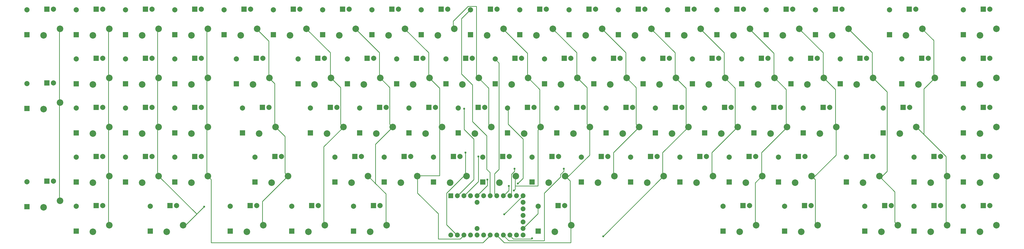
<source format=gbr>
G04 EAGLE Gerber RS-274X export*
G04 #@! %TF.Part,Single*
G04 #@! %TF.FileFunction,Copper,L2,Bot,Mixed*
G04 #@! %TF.FilePolarity,Positive*
G04 #@! %TF.GenerationSoftware,Autodesk,EAGLE,9.5.1*
G04 #@! %TF.CreationDate,2019-11-07T18:59:26Z*
G75*
%MOMM*%
%FSLAX34Y34*%
%LPD*%
%INBottom Copper*%
%IPPOS*%
%AMOC8*
5,1,8,0,0,1.08239X$1,22.5*%
G01*
%ADD10C,2.540000*%
%ADD11C,2.000000*%
%ADD12R,2.000000X2.000000*%
%ADD13R,1.879600X1.879600*%
%ADD14C,1.879600*%
%ADD15C,0.254000*%
%ADD16C,0.787400*%


D10*
X2712300Y1007400D03*
X2648800Y982000D03*
D11*
X2686900Y1083600D03*
D12*
X2661500Y1083600D03*
D10*
X997800Y1007400D03*
X934300Y982000D03*
D11*
X972400Y1083600D03*
D12*
X947000Y1083600D03*
D10*
X1188300Y1007400D03*
X1124800Y982000D03*
D11*
X1162900Y1083600D03*
D12*
X1137500Y1083600D03*
D10*
X1378800Y1007400D03*
X1315300Y982000D03*
D11*
X1353400Y1083600D03*
D12*
X1328000Y1083600D03*
D10*
X1569300Y1007400D03*
X1505800Y982000D03*
D11*
X1543900Y1083600D03*
D12*
X1518500Y1083600D03*
D10*
X1759800Y1007400D03*
X1696300Y982000D03*
D11*
X1734400Y1083600D03*
D12*
X1709000Y1083600D03*
D10*
X1950300Y1007400D03*
X1886800Y982000D03*
D11*
X1924900Y1083600D03*
D12*
X1899500Y1083600D03*
D10*
X2140800Y1007400D03*
X2077300Y982000D03*
D11*
X2115400Y1083600D03*
D12*
X2090000Y1083600D03*
D10*
X2331300Y1007400D03*
X2267800Y982000D03*
D11*
X2305900Y1083600D03*
D12*
X2280500Y1083600D03*
D10*
X2521800Y1007400D03*
X2458300Y982000D03*
D11*
X2496400Y1083600D03*
D12*
X2471000Y1083600D03*
D10*
X1140700Y626400D03*
X1077200Y601000D03*
D11*
X1115300Y702600D03*
D12*
X1089900Y702600D03*
D10*
X1307400Y245400D03*
X1243900Y220000D03*
D11*
X1282000Y321600D03*
D12*
X1256600Y321600D03*
D10*
X1997900Y435900D03*
X1934400Y410500D03*
D11*
X1972500Y512100D03*
D12*
X1947100Y512100D03*
D10*
X3426700Y816900D03*
X3363200Y791500D03*
D11*
X3401300Y893100D03*
D12*
X3375900Y893100D03*
D10*
X3379100Y1007400D03*
X3315600Y982000D03*
D11*
X3353700Y1083600D03*
D12*
X3328300Y1083600D03*
D10*
X1616900Y435900D03*
X1553400Y410500D03*
D11*
X1591500Y512100D03*
D12*
X1566100Y512100D03*
D10*
X878700Y626400D03*
X815200Y601000D03*
D11*
X853300Y702600D03*
D12*
X827900Y702600D03*
D10*
X2569400Y435900D03*
X2505900Y410500D03*
D11*
X2544000Y512100D03*
D12*
X2518600Y512100D03*
D10*
X831100Y245400D03*
X767600Y220000D03*
D11*
X805700Y321600D03*
D12*
X780300Y321600D03*
D10*
X2974200Y245400D03*
X2910700Y220000D03*
D11*
X2948800Y321600D03*
D12*
X2923400Y321600D03*
D10*
X1521700Y626400D03*
X1458200Y601000D03*
D11*
X1496300Y702600D03*
D12*
X1470900Y702600D03*
X2584700Y984600D03*
D11*
X2584700Y1081000D03*
D12*
X870200Y984600D03*
D11*
X870200Y1081000D03*
D12*
X1060700Y984600D03*
D11*
X1060700Y1081000D03*
D12*
X1251200Y984600D03*
D11*
X1251200Y1081000D03*
D12*
X1441700Y984600D03*
D11*
X1441700Y1081000D03*
D12*
X1632200Y984600D03*
D11*
X1632200Y1081000D03*
D12*
X1822700Y984600D03*
D11*
X1822700Y1081000D03*
D12*
X2013200Y984600D03*
D11*
X2013200Y1081000D03*
D12*
X2203700Y984600D03*
D11*
X2203700Y1081000D03*
D12*
X2394200Y984600D03*
D11*
X2394200Y1081000D03*
D12*
X1013100Y603600D03*
D11*
X1013100Y700000D03*
D12*
X1179800Y222600D03*
D11*
X1179800Y319000D03*
D10*
X2902800Y1007400D03*
X2839300Y982000D03*
D11*
X2877400Y1083600D03*
D12*
X2852000Y1083600D03*
X1870300Y413100D03*
D11*
X1870300Y509500D03*
D12*
X3299100Y794100D03*
D11*
X3299100Y890500D03*
D12*
X3251500Y984600D03*
D11*
X3251500Y1081000D03*
D12*
X1489300Y413100D03*
D11*
X1489300Y509500D03*
D12*
X751100Y603600D03*
D11*
X751100Y700000D03*
D12*
X2441800Y413100D03*
D11*
X2441800Y509500D03*
D12*
X703500Y222600D03*
D11*
X703500Y319000D03*
D12*
X2846600Y222600D03*
D11*
X2846600Y319000D03*
D12*
X1394100Y603600D03*
D11*
X1394100Y700000D03*
D12*
X2775200Y984600D03*
D11*
X2775200Y1081000D03*
D12*
X3346700Y222600D03*
D11*
X3346700Y319000D03*
D12*
X1346500Y794100D03*
D11*
X1346500Y890500D03*
D12*
X3227600Y603600D03*
D11*
X3227600Y700000D03*
D12*
X-82300Y317800D03*
D11*
X-82300Y414200D03*
D12*
X2965700Y984600D03*
D11*
X2965700Y1081000D03*
D12*
X-82300Y698800D03*
D11*
X-82300Y795200D03*
D12*
X679700Y984600D03*
D11*
X679700Y1081000D03*
D12*
X1584600Y603600D03*
D11*
X1584600Y700000D03*
D12*
X3537200Y984600D03*
D11*
X3537200Y1081000D03*
D12*
X3537200Y794100D03*
D11*
X3537200Y890500D03*
D12*
X3537200Y603600D03*
D11*
X3537200Y700000D03*
D12*
X3537200Y413100D03*
D11*
X3537200Y509500D03*
D12*
X2608500Y222600D03*
D11*
X2608500Y319000D03*
D12*
X1775100Y603600D03*
D11*
X1775100Y700000D03*
D12*
X1965600Y603600D03*
D11*
X1965600Y700000D03*
D12*
X2299000Y794100D03*
D11*
X2299000Y890500D03*
D12*
X2156100Y603600D03*
D11*
X2156100Y700000D03*
D12*
X2346600Y603600D03*
D11*
X2346600Y700000D03*
D12*
X394000Y222600D03*
D11*
X394000Y319000D03*
D12*
X108200Y413100D03*
D11*
X108200Y509500D03*
D12*
X298700Y413100D03*
D11*
X298700Y509500D03*
D12*
X489200Y413100D03*
D11*
X489200Y509500D03*
D12*
X108200Y603600D03*
D11*
X108200Y700000D03*
D12*
X298700Y603600D03*
D11*
X298700Y700000D03*
D12*
X489200Y603600D03*
D11*
X489200Y700000D03*
D12*
X108200Y794100D03*
D11*
X108200Y890500D03*
D12*
X298700Y794100D03*
D11*
X298700Y890500D03*
D12*
X489200Y794100D03*
D11*
X489200Y890500D03*
D12*
X298700Y984600D03*
D11*
X298700Y1081000D03*
D12*
X-82300Y984600D03*
D11*
X-82300Y1081000D03*
D12*
X108200Y222600D03*
D11*
X108200Y319000D03*
D12*
X108200Y984600D03*
D11*
X108200Y1081000D03*
D12*
X2537100Y603600D03*
D11*
X2537100Y700000D03*
D12*
X2870500Y794100D03*
D11*
X2870500Y890500D03*
D12*
X3156200Y222600D03*
D11*
X3156200Y319000D03*
D12*
X2251300Y413100D03*
D11*
X2251300Y509500D03*
D12*
X2060800Y413100D03*
D11*
X2060800Y509500D03*
D12*
X489200Y984600D03*
D11*
X489200Y1081000D03*
D12*
X2489500Y794100D03*
D11*
X2489500Y890500D03*
D10*
X3474300Y245400D03*
X3410800Y220000D03*
D11*
X3448900Y321600D03*
D12*
X3423500Y321600D03*
X2680000Y794100D03*
D11*
X2680000Y890500D03*
D12*
X2632300Y413100D03*
D11*
X2632300Y509500D03*
D12*
X965500Y794100D03*
D11*
X965500Y890500D03*
D12*
X2918100Y603600D03*
D11*
X2918100Y700000D03*
D12*
X1537000Y794100D03*
D11*
X1537000Y890500D03*
D12*
X3061000Y794100D03*
D11*
X3061000Y890500D03*
D12*
X3537200Y222600D03*
D11*
X3537200Y319000D03*
D12*
X1203600Y603600D03*
D11*
X1203600Y700000D03*
D12*
X2727600Y603600D03*
D11*
X2727600Y700000D03*
D12*
X798800Y413100D03*
D11*
X798800Y509500D03*
D12*
X3084800Y413100D03*
D11*
X3084800Y509500D03*
D12*
X2822800Y413100D03*
D11*
X2822800Y509500D03*
D12*
X1894100Y222600D03*
D11*
X1894100Y319000D03*
D12*
X1727500Y794100D03*
D11*
X1727500Y890500D03*
D12*
X727300Y794100D03*
D11*
X727300Y890500D03*
D12*
X2108500Y794100D03*
D11*
X2108500Y890500D03*
D12*
X3346700Y413100D03*
D11*
X3346700Y509500D03*
D12*
X1679800Y413100D03*
D11*
X1679800Y509500D03*
D12*
X1156000Y794100D03*
D11*
X1156000Y890500D03*
D12*
X941600Y222600D03*
D11*
X941600Y319000D03*
D12*
X1298800Y413100D03*
D11*
X1298800Y509500D03*
D12*
X1918000Y794100D03*
D11*
X1918000Y890500D03*
D12*
X1108300Y413100D03*
D11*
X1108300Y509500D03*
D10*
X1474100Y816900D03*
X1410600Y791500D03*
D11*
X1448700Y893100D03*
D12*
X1423300Y893100D03*
D10*
X3355200Y626400D03*
X3291700Y601000D03*
D11*
X3329800Y702600D03*
D12*
X3304400Y702600D03*
D10*
X45300Y340600D03*
X-18200Y315200D03*
D11*
X19900Y416800D03*
D12*
X-5500Y416800D03*
D10*
X3093300Y1007400D03*
X3029800Y982000D03*
D11*
X3067900Y1083600D03*
D12*
X3042500Y1083600D03*
D10*
X45300Y721600D03*
X-18200Y696200D03*
D11*
X19900Y797800D03*
D12*
X-5500Y797800D03*
D10*
X807300Y1007400D03*
X743800Y982000D03*
D11*
X781900Y1083600D03*
D12*
X756500Y1083600D03*
D10*
X1712200Y626400D03*
X1648700Y601000D03*
D11*
X1686800Y702600D03*
D12*
X1661400Y702600D03*
D10*
X3664800Y1007400D03*
X3601300Y982000D03*
D11*
X3639400Y1083600D03*
D12*
X3614000Y1083600D03*
D10*
X3664800Y816900D03*
X3601300Y791500D03*
D11*
X3639400Y893100D03*
D12*
X3614000Y893100D03*
D10*
X3664800Y626400D03*
X3601300Y601000D03*
D11*
X3639400Y702600D03*
D12*
X3614000Y702600D03*
D10*
X3664800Y435900D03*
X3601300Y410500D03*
D11*
X3639400Y512100D03*
D12*
X3614000Y512100D03*
D10*
X2736100Y245400D03*
X2672600Y220000D03*
D11*
X2710700Y321600D03*
D12*
X2685300Y321600D03*
D10*
X1902700Y626400D03*
X1839200Y601000D03*
D11*
X1877300Y702600D03*
D12*
X1851900Y702600D03*
D10*
X2093200Y626400D03*
X2029700Y601000D03*
D11*
X2067800Y702600D03*
D12*
X2042400Y702600D03*
D10*
X2426600Y816900D03*
X2363100Y791500D03*
D11*
X2401200Y893100D03*
D12*
X2375800Y893100D03*
D10*
X2283700Y626400D03*
X2220200Y601000D03*
D11*
X2258300Y702600D03*
D12*
X2232900Y702600D03*
D10*
X2474200Y626400D03*
X2410700Y601000D03*
D11*
X2448800Y702600D03*
D12*
X2423400Y702600D03*
D10*
X521600Y245400D03*
X458100Y220000D03*
D11*
X496200Y321600D03*
D12*
X470800Y321600D03*
D10*
X235800Y435900D03*
X172300Y410500D03*
D11*
X210400Y512100D03*
D12*
X185000Y512100D03*
D10*
X426300Y435900D03*
X362800Y410500D03*
D11*
X400900Y512100D03*
D12*
X375500Y512100D03*
D10*
X616800Y435900D03*
X553300Y410500D03*
D11*
X591400Y512100D03*
D12*
X566000Y512100D03*
D10*
X235800Y626400D03*
X172300Y601000D03*
D11*
X210400Y702600D03*
D12*
X185000Y702600D03*
D10*
X426300Y626400D03*
X362800Y601000D03*
D11*
X400900Y702600D03*
D12*
X375500Y702600D03*
D10*
X616800Y626400D03*
X553300Y601000D03*
D11*
X591400Y702600D03*
D12*
X566000Y702600D03*
D10*
X235800Y816900D03*
X172300Y791500D03*
D11*
X210400Y893100D03*
D12*
X185000Y893100D03*
D10*
X426300Y816900D03*
X362800Y791500D03*
D11*
X400900Y893100D03*
D12*
X375500Y893100D03*
D10*
X616800Y816900D03*
X553300Y791500D03*
D11*
X591400Y893100D03*
D12*
X566000Y893100D03*
D10*
X426300Y1007400D03*
X362800Y982000D03*
D11*
X400900Y1083600D03*
D12*
X375500Y1083600D03*
D10*
X45300Y1007400D03*
X-18200Y982000D03*
D11*
X19900Y1083600D03*
D12*
X-5500Y1083600D03*
D10*
X235800Y245400D03*
X172300Y220000D03*
D11*
X210400Y321600D03*
D12*
X185000Y321600D03*
D10*
X235800Y1007400D03*
X172300Y982000D03*
D11*
X210400Y1083600D03*
D12*
X185000Y1083600D03*
D10*
X2664700Y626400D03*
X2601200Y601000D03*
D11*
X2639300Y702600D03*
D12*
X2613900Y702600D03*
D10*
X2998100Y816900D03*
X2934600Y791500D03*
D11*
X2972700Y893100D03*
D12*
X2947300Y893100D03*
D10*
X3283800Y245400D03*
X3220300Y220000D03*
D11*
X3258400Y321600D03*
D12*
X3233000Y321600D03*
D10*
X2378900Y435900D03*
X2315400Y410500D03*
D11*
X2353500Y512100D03*
D12*
X2328100Y512100D03*
D10*
X2188400Y435900D03*
X2124900Y410500D03*
D11*
X2163000Y512100D03*
D12*
X2137600Y512100D03*
D10*
X616800Y1007400D03*
X553300Y982000D03*
D11*
X591400Y1083600D03*
D12*
X566000Y1083600D03*
D10*
X2617100Y816900D03*
X2553600Y791500D03*
D11*
X2591700Y893100D03*
D12*
X2566300Y893100D03*
D10*
X2807600Y816900D03*
X2744100Y791500D03*
D11*
X2782200Y893100D03*
D12*
X2756800Y893100D03*
D10*
X2759900Y435900D03*
X2696400Y410500D03*
D11*
X2734500Y512100D03*
D12*
X2709100Y512100D03*
D10*
X1093100Y816900D03*
X1029600Y791500D03*
D11*
X1067700Y893100D03*
D12*
X1042300Y893100D03*
D10*
X3045700Y626400D03*
X2982200Y601000D03*
D11*
X3020300Y702600D03*
D12*
X2994900Y702600D03*
D10*
X1664600Y816900D03*
X1601100Y791500D03*
D11*
X1639200Y893100D03*
D12*
X1613800Y893100D03*
D10*
X3188600Y816900D03*
X3125100Y791500D03*
D11*
X3163200Y893100D03*
D12*
X3137800Y893100D03*
D10*
X3664800Y245400D03*
X3601300Y220000D03*
D11*
X3639400Y321600D03*
D12*
X3614000Y321600D03*
D10*
X1331200Y626400D03*
X1267700Y601000D03*
D11*
X1305800Y702600D03*
D12*
X1280400Y702600D03*
D10*
X2855200Y626400D03*
X2791700Y601000D03*
D11*
X2829800Y702600D03*
D12*
X2804400Y702600D03*
D10*
X926400Y435900D03*
X862900Y410500D03*
D11*
X901000Y512100D03*
D12*
X875600Y512100D03*
D10*
X3212400Y435900D03*
X3148900Y410500D03*
D11*
X3187000Y512100D03*
D12*
X3161600Y512100D03*
D10*
X2950400Y435900D03*
X2886900Y410500D03*
D11*
X2925000Y512100D03*
D12*
X2899600Y512100D03*
D10*
X2021700Y245400D03*
X1958200Y220000D03*
D11*
X1996300Y321600D03*
D12*
X1970900Y321600D03*
D10*
X1855100Y816900D03*
X1791600Y791500D03*
D11*
X1829700Y893100D03*
D12*
X1804300Y893100D03*
D10*
X854900Y816900D03*
X791400Y791500D03*
D11*
X829500Y893100D03*
D12*
X804100Y893100D03*
D10*
X2236100Y816900D03*
X2172600Y791500D03*
D11*
X2210700Y893100D03*
D12*
X2185300Y893100D03*
D10*
X3474300Y435900D03*
X3410800Y410500D03*
D11*
X3448900Y512100D03*
D12*
X3423500Y512100D03*
D10*
X1807400Y435900D03*
X1743900Y410500D03*
D11*
X1782000Y512100D03*
D12*
X1756600Y512100D03*
D10*
X1283600Y816900D03*
X1220100Y791500D03*
D11*
X1258200Y893100D03*
D12*
X1232800Y893100D03*
D10*
X1069200Y245400D03*
X1005700Y220000D03*
D11*
X1043800Y321600D03*
D12*
X1018400Y321600D03*
D10*
X1426400Y435900D03*
X1362900Y410500D03*
D11*
X1401000Y512100D03*
D12*
X1375600Y512100D03*
D10*
X2045600Y816900D03*
X1982100Y791500D03*
D11*
X2020200Y893100D03*
D12*
X1994800Y893100D03*
D10*
X1235900Y435900D03*
X1172400Y410500D03*
D11*
X1210500Y512100D03*
D12*
X1185100Y512100D03*
D13*
X1555500Y359400D03*
D14*
X1682500Y359400D03*
X1758700Y359400D03*
X1784100Y359400D03*
X1707900Y359400D03*
X1733300Y359400D03*
X1834900Y232400D03*
X1834900Y334000D03*
X1834900Y207000D03*
X1809500Y207000D03*
X1809500Y359400D03*
X1834900Y359400D03*
X1707900Y207000D03*
X1682500Y207000D03*
X1657100Y207000D03*
X1631700Y207000D03*
X1606300Y207000D03*
X1580900Y207000D03*
X1657100Y232400D03*
X1834900Y283200D03*
X1657100Y334000D03*
X1580900Y359400D03*
X1606300Y359400D03*
X1631700Y359400D03*
X1657100Y359400D03*
X1784100Y207000D03*
X1758700Y207000D03*
X1733300Y207000D03*
X1555500Y207000D03*
X1834900Y308600D03*
X1834900Y257800D03*
D15*
X1800000Y380000D02*
X1805000Y385000D01*
X1805000Y397500D02*
X1805000Y435000D01*
X1805000Y397500D02*
X1805000Y385000D01*
X1805000Y435000D02*
X1807400Y435900D01*
X1900000Y772500D02*
X1857500Y815000D01*
X1900000Y772500D02*
X1900000Y630000D01*
X1902500Y627500D01*
X1857500Y815000D02*
X1855100Y816900D01*
X1902500Y627500D02*
X1902700Y626400D01*
X1852500Y912500D02*
X1760000Y1005000D01*
X1852500Y912500D02*
X1852500Y820000D01*
X1855000Y817500D01*
X1760000Y1005000D02*
X1759800Y1007400D01*
X1855000Y817500D02*
X1855100Y816900D01*
X1892500Y397500D02*
X1805000Y397500D01*
X1892500Y397500D02*
X1892500Y615000D01*
X1902500Y625000D01*
X1902700Y626400D01*
D16*
X1800000Y380000D03*
D15*
X1707500Y360000D02*
X1707500Y450000D01*
X1695000Y462500D01*
X1695000Y592500D01*
X1640000Y647500D01*
X1640000Y790000D01*
X1597500Y832500D01*
X1597500Y1047500D01*
X1630000Y1080000D01*
X1707500Y360000D02*
X1707900Y359400D01*
X1630000Y1080000D02*
X1632200Y1081000D01*
X1725000Y367500D02*
X1732500Y360000D01*
X1725000Y367500D02*
X1725000Y445000D01*
X1742500Y462500D01*
X1742500Y875000D01*
X1727500Y890000D01*
X1732500Y360000D02*
X1733300Y359400D01*
X1727500Y890000D02*
X1727500Y890500D01*
X1790000Y365000D02*
X1785000Y360000D01*
X1790000Y365000D02*
X1790000Y442500D01*
X1802500Y455000D01*
X1802500Y465000D01*
X1785000Y360000D02*
X1784100Y359400D01*
D16*
X1802500Y465000D03*
D15*
X1780000Y380000D02*
X1760000Y360000D01*
X1780000Y380000D02*
X1780000Y397500D01*
X1815000Y407500D02*
X1835000Y427500D01*
X1835000Y580000D01*
X1777500Y637500D01*
X1777500Y700000D01*
X1760000Y360000D02*
X1758700Y359400D01*
X1775100Y700000D02*
X1777500Y700000D01*
D16*
X1780000Y397500D03*
X1815000Y407500D03*
D15*
X1892500Y290000D02*
X1834900Y232400D01*
X1892500Y290000D02*
X1892500Y317500D01*
X1894100Y319000D01*
X3470000Y432500D02*
X3472500Y435000D01*
X3470000Y432500D02*
X3470000Y250000D01*
X3472500Y247500D01*
X3472500Y435000D02*
X3474300Y435900D01*
X3472500Y247500D02*
X3474300Y245400D01*
X3470000Y512500D02*
X3385000Y597500D01*
X3357500Y625000D01*
X3470000Y512500D02*
X3470000Y432500D01*
X3357500Y625000D02*
X3355200Y626400D01*
X3474300Y435900D02*
X3470000Y432500D01*
X3385000Y775000D02*
X3422500Y812500D01*
X3425000Y815000D01*
X3385000Y775000D02*
X3385000Y597500D01*
X3425000Y815000D02*
X3426700Y816900D01*
X3422500Y962500D02*
X3380000Y1005000D01*
X3422500Y962500D02*
X3422500Y812500D01*
X3380000Y1005000D02*
X3379100Y1007400D01*
X3426700Y816900D02*
X3422500Y812500D01*
X425000Y627500D02*
X422500Y630000D01*
X422500Y812500D01*
X425000Y815000D01*
X425000Y627500D02*
X426300Y626400D01*
X425000Y815000D02*
X426300Y816900D01*
X422500Y1002500D02*
X425000Y1005000D01*
X422500Y1002500D02*
X422500Y812500D01*
X425000Y1005000D02*
X426300Y1007400D01*
X426300Y816900D02*
X422500Y812500D01*
X572500Y287500D02*
X532500Y247500D01*
X572500Y287500D02*
X602500Y317500D01*
X532500Y247500D02*
X522500Y247500D01*
X521600Y245400D01*
X572500Y290000D02*
X427500Y435000D01*
X572500Y290000D02*
X572500Y287500D01*
X427500Y435000D02*
X426300Y435900D01*
X422500Y622500D02*
X425000Y625000D01*
X422500Y622500D02*
X422500Y440000D01*
X425000Y437500D01*
X425000Y625000D02*
X426300Y626400D01*
X425000Y437500D02*
X426300Y435900D01*
D16*
X602500Y317500D03*
D15*
X235000Y437500D02*
X232500Y440000D01*
X232500Y622500D01*
X235000Y625000D01*
X235000Y437500D02*
X235800Y435900D01*
X235000Y625000D02*
X235800Y626400D01*
X232500Y812500D02*
X235000Y815000D01*
X232500Y812500D02*
X232500Y622500D01*
X235000Y815000D02*
X235800Y816900D01*
X235800Y626400D02*
X232500Y622500D01*
X232500Y1002500D02*
X235000Y1005000D01*
X232500Y1002500D02*
X232500Y812500D01*
X235000Y1005000D02*
X235800Y1007400D01*
X235800Y816900D02*
X232500Y812500D01*
X1762500Y287500D02*
X1832500Y357500D01*
X1834900Y359400D01*
X235000Y435000D02*
X232500Y432500D01*
X232500Y250000D01*
X235000Y247500D01*
X235000Y435000D02*
X235800Y435900D01*
X235000Y247500D02*
X235800Y245400D01*
D16*
X1762500Y287500D03*
D15*
X1735000Y205000D02*
X1762500Y177500D01*
X2020000Y177500D01*
X2020000Y245000D01*
X1735000Y205000D02*
X1733300Y207000D01*
X2020000Y245000D02*
X2021700Y245400D01*
X2017500Y417500D02*
X2005000Y430000D01*
X2000000Y435000D01*
X2017500Y417500D02*
X2017500Y250000D01*
X2020000Y247500D01*
X2000000Y435000D02*
X1997900Y435900D01*
X2020000Y247500D02*
X2021700Y245400D01*
X2092500Y627500D02*
X2082500Y637500D01*
X2082500Y780000D01*
X2045600Y816900D01*
X2092500Y627500D02*
X2093200Y626400D01*
X2042500Y915000D02*
X1952500Y1005000D01*
X2042500Y915000D02*
X2042500Y820000D01*
X2045600Y816900D01*
X1952500Y1005000D02*
X1950300Y1007400D01*
X2092500Y517500D02*
X2005000Y430000D01*
X2092500Y517500D02*
X2092500Y625000D01*
X1997900Y435900D02*
X2005000Y430000D01*
X2092500Y625000D02*
X2093200Y626400D01*
X2272500Y637500D02*
X2282500Y627500D01*
X2272500Y637500D02*
X2272500Y780000D01*
X2237500Y815000D01*
X2282500Y627500D02*
X2283700Y626400D01*
X2237500Y815000D02*
X2236100Y816900D01*
X2232500Y915000D02*
X2142500Y1005000D01*
X2232500Y915000D02*
X2232500Y820000D01*
X2235000Y817500D01*
X2142500Y1005000D02*
X2140800Y1007400D01*
X2235000Y817500D02*
X2236100Y816900D01*
X1760000Y205000D02*
X1780000Y185000D01*
X1917500Y185000D01*
X1917500Y370000D01*
X1980000Y432500D01*
X1980000Y442500D01*
X1992500Y455000D01*
X1992500Y465000D01*
X1758700Y207000D02*
X1760000Y205000D01*
X2185000Y527500D02*
X2282500Y625000D01*
X2185000Y527500D02*
X2185000Y440000D01*
X2187500Y437500D01*
X2282500Y625000D02*
X2283700Y626400D01*
X2187500Y437500D02*
X2188400Y435900D01*
D16*
X1992500Y465000D03*
D15*
X2465000Y635000D02*
X2472500Y627500D01*
X2465000Y635000D02*
X2465000Y777500D01*
X2427500Y815000D01*
X2472500Y627500D02*
X2474200Y626400D01*
X2427500Y815000D02*
X2426600Y816900D01*
X2422500Y915000D02*
X2332500Y1005000D01*
X2422500Y915000D02*
X2422500Y820000D01*
X2425000Y817500D01*
X2332500Y1005000D02*
X2331300Y1007400D01*
X2425000Y817500D02*
X2426600Y816900D01*
X1797500Y192500D02*
X1785000Y205000D01*
X1797500Y192500D02*
X1870000Y192500D01*
X1870000Y195000D01*
X2375000Y432500D02*
X2377500Y435000D01*
X2375000Y432500D02*
X2145000Y202500D01*
X1785000Y205000D02*
X1784100Y207000D01*
X2377500Y435000D02*
X2378900Y435900D01*
X2375000Y527500D02*
X2472500Y625000D01*
X2375000Y527500D02*
X2375000Y432500D01*
X2472500Y625000D02*
X2474200Y626400D01*
X2378900Y435900D02*
X2375000Y432500D01*
D16*
X1870000Y195000D03*
X2145000Y202500D03*
D15*
X2655000Y635000D02*
X2662500Y627500D01*
X2655000Y635000D02*
X2655000Y777500D01*
X2617500Y815000D01*
X2662500Y627500D02*
X2664700Y626400D01*
X2617500Y815000D02*
X2617100Y816900D01*
X2612500Y915000D02*
X2522500Y1005000D01*
X2612500Y915000D02*
X2612500Y820000D01*
X2615000Y817500D01*
X2522500Y1005000D02*
X2521800Y1007400D01*
X2615000Y817500D02*
X2617100Y816900D01*
X1697500Y400000D02*
X1657500Y360000D01*
X1697500Y400000D02*
X1697500Y422500D01*
X1657500Y360000D02*
X1657100Y359400D01*
X2565000Y527500D02*
X2662500Y625000D01*
X2565000Y527500D02*
X2565000Y440000D01*
X2567500Y437500D01*
X2662500Y625000D02*
X2664700Y626400D01*
X2567500Y437500D02*
X2569400Y435900D01*
D16*
X1697500Y422500D03*
D15*
X2732500Y250000D02*
X2735000Y247500D01*
X2732500Y250000D02*
X2732500Y410000D01*
X2757500Y435000D01*
X2735000Y247500D02*
X2736100Y245400D01*
X2757500Y435000D02*
X2759900Y435900D01*
X2757500Y527500D02*
X2852500Y622500D01*
X2855000Y625000D01*
X2757500Y527500D02*
X2757500Y437500D01*
X2855000Y625000D02*
X2855200Y626400D01*
X2757500Y437500D02*
X2759900Y435900D01*
X2852500Y772500D02*
X2810000Y815000D01*
X2852500Y772500D02*
X2852500Y622500D01*
X2810000Y815000D02*
X2807600Y816900D01*
X2855200Y626400D02*
X2852500Y622500D01*
X2805000Y912500D02*
X2712500Y1005000D01*
X2805000Y912500D02*
X2805000Y820000D01*
X2807500Y817500D01*
X2712500Y1005000D02*
X2712300Y1007400D01*
X2807500Y817500D02*
X2807600Y816900D01*
X2965000Y255000D02*
X2972500Y247500D01*
X2965000Y255000D02*
X2965000Y422500D01*
X2957500Y430000D02*
X2952500Y435000D01*
X2957500Y430000D02*
X2965000Y422500D01*
X2972500Y247500D02*
X2974200Y245400D01*
X2952500Y435000D02*
X2950400Y435900D01*
X1662500Y415000D02*
X1607500Y360000D01*
X1662500Y415000D02*
X1662500Y512500D01*
X1607500Y360000D02*
X1606300Y359400D01*
X2998100Y816900D02*
X3042500Y772500D01*
X3042500Y630000D01*
X3045000Y627500D01*
X3045700Y626400D01*
X2995000Y915000D02*
X2905000Y1005000D01*
X2995000Y915000D02*
X2995000Y820000D01*
X2998100Y816900D01*
X2905000Y1005000D02*
X2902800Y1007400D01*
X3045000Y517500D02*
X2957500Y430000D01*
X3045000Y517500D02*
X3045000Y625000D01*
X2950400Y435900D02*
X2957500Y430000D01*
X3045000Y625000D02*
X3045700Y626400D01*
D16*
X1662500Y512500D03*
D15*
X3272500Y257500D02*
X3282500Y247500D01*
X3272500Y257500D02*
X3272500Y375000D01*
X3217500Y430000D02*
X3212500Y435000D01*
X3217500Y430000D02*
X3272500Y375000D01*
X3282500Y247500D02*
X3283800Y245400D01*
X3212500Y435000D02*
X3212400Y435900D01*
X1645000Y422500D02*
X1582500Y360000D01*
X1645000Y422500D02*
X1645000Y580000D01*
X1607500Y617500D01*
X1607500Y697500D01*
X1582500Y360000D02*
X1580900Y359400D01*
X3095000Y1005000D02*
X3185000Y915000D01*
X3185000Y820000D01*
X3187500Y817500D01*
X3095000Y1005000D02*
X3093300Y1007400D01*
X3187500Y817500D02*
X3188600Y816900D01*
X3242500Y455000D02*
X3217500Y430000D01*
X3242500Y455000D02*
X3242500Y762500D01*
X3190000Y815000D01*
X3212400Y435900D02*
X3217500Y430000D01*
X3190000Y815000D02*
X3188600Y816900D01*
D16*
X1607500Y697500D03*
D15*
X45000Y722500D02*
X42500Y725000D01*
X42500Y1002500D01*
X45000Y1005000D01*
X45000Y722500D02*
X45300Y721600D01*
X45000Y1005000D02*
X45300Y1007400D01*
X45000Y720000D02*
X42500Y717500D01*
X42500Y345000D01*
X45000Y342500D01*
X45000Y720000D02*
X45300Y721600D01*
X45000Y342500D02*
X45300Y340600D01*
X1540000Y247500D02*
X1580000Y207500D01*
X1540000Y247500D02*
X1540000Y370000D01*
X1605000Y435000D01*
X1615000Y435000D01*
X1580000Y207500D02*
X1580900Y207000D01*
X1615000Y435000D02*
X1616900Y435900D01*
X1567500Y1007500D02*
X1565000Y1010000D01*
X1565000Y1037500D01*
X1622500Y1095000D01*
X1655000Y1095000D01*
X1655000Y825000D01*
X1662500Y817500D01*
X1569300Y1007400D02*
X1567500Y1007500D01*
X1662500Y817500D02*
X1664600Y816900D01*
X1702500Y635000D02*
X1710000Y627500D01*
X1702500Y635000D02*
X1702500Y777500D01*
X1665000Y815000D01*
X1710000Y627500D02*
X1712200Y626400D01*
X1665000Y815000D02*
X1664600Y816900D01*
X1612500Y440000D02*
X1615000Y437500D01*
X1612500Y440000D02*
X1612500Y527500D01*
X1615000Y437500D02*
X1616900Y435900D01*
D16*
X1612500Y527500D03*
D15*
X1605000Y205000D02*
X1592500Y192500D01*
X1507500Y192500D01*
X1507500Y290000D01*
X1427500Y370000D01*
X1427500Y435000D01*
X1606300Y207000D02*
X1605000Y205000D01*
X1427500Y435000D02*
X1426400Y435900D01*
X1520000Y627500D02*
X1512500Y635000D01*
X1512500Y777500D01*
X1475000Y815000D01*
X1520000Y627500D02*
X1521700Y626400D01*
X1475000Y815000D02*
X1474100Y816900D01*
X1470000Y915000D02*
X1380000Y1005000D01*
X1470000Y915000D02*
X1470000Y820000D01*
X1472500Y817500D01*
X1380000Y1005000D02*
X1378800Y1007400D01*
X1472500Y817500D02*
X1474100Y816900D01*
X1512500Y437500D02*
X1427500Y437500D01*
X1512500Y437500D02*
X1512500Y635000D01*
X1427500Y437500D02*
X1426400Y435900D01*
X1521700Y626400D02*
X1512500Y635000D01*
X1330000Y627500D02*
X1320000Y637500D01*
X1320000Y780000D01*
X1285000Y815000D01*
X1330000Y627500D02*
X1331200Y626400D01*
X1285000Y815000D02*
X1283600Y816900D01*
X1280000Y915000D02*
X1190000Y1005000D01*
X1280000Y915000D02*
X1280000Y820000D01*
X1282500Y817500D01*
X1190000Y1005000D02*
X1188300Y1007400D01*
X1282500Y817500D02*
X1283600Y816900D01*
X1265000Y407500D02*
X1305000Y367500D01*
X1265000Y407500D02*
X1237500Y435000D01*
X1305000Y367500D02*
X1305000Y247500D01*
X1237500Y435000D02*
X1235900Y435900D01*
X1305000Y247500D02*
X1307400Y245400D01*
X1265000Y560000D02*
X1330000Y625000D01*
X1265000Y560000D02*
X1265000Y407500D01*
X1330000Y625000D02*
X1331200Y626400D01*
X1140000Y627500D02*
X1130000Y637500D01*
X1130000Y780000D01*
X1093100Y816900D01*
X1140000Y627500D02*
X1140700Y626400D01*
X1090000Y915000D02*
X1000000Y1005000D01*
X1090000Y915000D02*
X1090000Y820000D01*
X1093100Y816900D01*
X1000000Y1005000D02*
X997800Y1007400D01*
X1140000Y625000D02*
X1065000Y550000D01*
X1065000Y250000D01*
X1067500Y247500D01*
X1140000Y625000D02*
X1140700Y626400D01*
X1067500Y247500D02*
X1069200Y245400D01*
X875000Y795000D02*
X855000Y815000D01*
X875000Y795000D02*
X875000Y630000D01*
X877500Y627500D01*
X855000Y815000D02*
X854900Y816900D01*
X877500Y627500D02*
X878700Y626400D01*
X915000Y447500D02*
X925000Y437500D01*
X915000Y447500D02*
X915000Y590000D01*
X880000Y625000D01*
X925000Y437500D02*
X926400Y435900D01*
X880000Y625000D02*
X878700Y626400D01*
X852500Y960000D02*
X807500Y1005000D01*
X852500Y960000D02*
X852500Y817500D01*
X807500Y1005000D02*
X807300Y1007400D01*
X852500Y817500D02*
X854900Y816900D01*
X925000Y435000D02*
X827500Y337500D01*
X827500Y250000D01*
X830000Y247500D01*
X925000Y435000D02*
X926400Y435900D01*
X830000Y247500D02*
X831100Y245400D01*
X615000Y627500D02*
X612500Y630000D01*
X612500Y812500D01*
X615000Y815000D01*
X615000Y627500D02*
X616800Y626400D01*
X615000Y815000D02*
X616800Y816900D01*
X612500Y1002500D02*
X615000Y1005000D01*
X612500Y1002500D02*
X612500Y812500D01*
X615000Y1005000D02*
X616800Y1007400D01*
X616800Y816900D02*
X612500Y812500D01*
X1680000Y177500D02*
X1707500Y205000D01*
X1680000Y177500D02*
X630000Y177500D01*
X630000Y422500D01*
X617500Y435000D01*
X1707900Y207000D02*
X1707500Y205000D01*
X617500Y435000D02*
X616800Y435900D01*
X612500Y622500D02*
X615000Y625000D01*
X612500Y622500D02*
X612500Y440000D01*
X615000Y437500D01*
X615000Y625000D02*
X616800Y626400D01*
X615000Y437500D02*
X616800Y435900D01*
M02*

</source>
